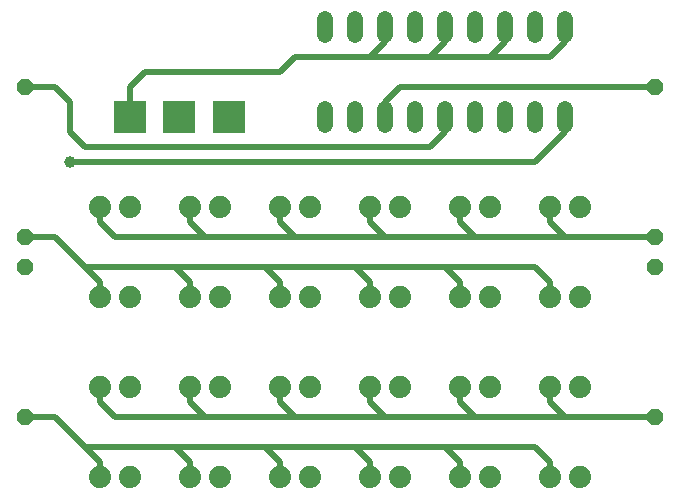
<source format=gbl>
G75*
G70*
%OFA0B0*%
%FSLAX24Y24*%
%IPPOS*%
%LPD*%
%AMOC8*
5,1,8,0,0,1.08239X$1,22.5*
%
%ADD10OC8,0.0520*%
%ADD11C,0.0740*%
%ADD12C,0.0520*%
%ADD13R,0.1050X0.1050*%
%ADD14C,0.0200*%
%ADD15C,0.0396*%
D10*
X001601Y003601D03*
X001601Y008601D03*
X001601Y009601D03*
X001601Y014601D03*
X022601Y014601D03*
X022601Y009601D03*
X022601Y008601D03*
X022601Y003601D03*
D11*
X020101Y004601D03*
X019101Y004601D03*
X017101Y004601D03*
X016101Y004601D03*
X014101Y004601D03*
X013101Y004601D03*
X011101Y004601D03*
X010101Y004601D03*
X008101Y004601D03*
X007101Y004601D03*
X005101Y004601D03*
X004101Y004601D03*
X004101Y007601D03*
X005101Y007601D03*
X007101Y007601D03*
X008101Y007601D03*
X010101Y007601D03*
X011101Y007601D03*
X013101Y007601D03*
X014101Y007601D03*
X016101Y007601D03*
X017101Y007601D03*
X019101Y007601D03*
X020101Y007601D03*
X020101Y010601D03*
X019101Y010601D03*
X017101Y010601D03*
X016101Y010601D03*
X014101Y010601D03*
X013101Y010601D03*
X011101Y010601D03*
X010101Y010601D03*
X008101Y010601D03*
X007101Y010601D03*
X005101Y010601D03*
X004101Y010601D03*
X004101Y001601D03*
X005101Y001601D03*
X007101Y001601D03*
X008101Y001601D03*
X010101Y001601D03*
X011101Y001601D03*
X013101Y001601D03*
X014101Y001601D03*
X016101Y001601D03*
X017101Y001601D03*
X019101Y001601D03*
X020101Y001601D03*
D12*
X019601Y013341D02*
X019601Y013861D01*
X018601Y013861D02*
X018601Y013341D01*
X017601Y013341D02*
X017601Y013861D01*
X016601Y013861D02*
X016601Y013341D01*
X015601Y013341D02*
X015601Y013861D01*
X014601Y013861D02*
X014601Y013341D01*
X013601Y013341D02*
X013601Y013861D01*
X012601Y013861D02*
X012601Y013341D01*
X011601Y013341D02*
X011601Y013861D01*
X011601Y016341D02*
X011601Y016861D01*
X012601Y016861D02*
X012601Y016341D01*
X013601Y016341D02*
X013601Y016861D01*
X014601Y016861D02*
X014601Y016341D01*
X015601Y016341D02*
X015601Y016861D01*
X016601Y016861D02*
X016601Y016341D01*
X017601Y016341D02*
X017601Y016861D01*
X018601Y016861D02*
X018601Y016341D01*
X019601Y016341D02*
X019601Y016861D01*
D13*
X008401Y013601D03*
X006751Y013601D03*
X005101Y013601D03*
D14*
X003601Y002601D02*
X004101Y002101D01*
X004101Y001601D01*
X003601Y002601D02*
X006601Y002601D01*
X007101Y002101D01*
X007101Y001601D01*
X006601Y002601D02*
X009601Y002601D01*
X010101Y002101D01*
X010101Y001601D01*
X009601Y002601D02*
X012601Y002601D01*
X013101Y002101D01*
X013101Y001601D01*
X012601Y002601D02*
X015601Y002601D01*
X016101Y002101D01*
X016101Y001601D01*
X015601Y002601D02*
X018601Y002601D01*
X019101Y002101D01*
X019101Y001601D01*
X019601Y003601D02*
X016601Y003601D01*
X016101Y004101D01*
X016101Y004601D01*
X016601Y003601D02*
X013601Y003601D01*
X013101Y004101D01*
X013101Y004601D01*
X013601Y003601D02*
X010601Y003601D01*
X010101Y004101D01*
X010101Y004601D01*
X010601Y003601D02*
X007601Y003601D01*
X007101Y004101D01*
X007101Y004601D01*
X007601Y003601D02*
X004601Y003601D01*
X004101Y004101D01*
X004101Y004601D01*
X002601Y003601D02*
X003601Y002601D01*
X002601Y003601D02*
X001601Y003601D01*
X004101Y007601D02*
X004101Y008101D01*
X003601Y008601D01*
X006601Y008601D01*
X007101Y008101D01*
X007101Y007601D01*
X006601Y008601D02*
X009601Y008601D01*
X010101Y008101D01*
X010101Y007601D01*
X009601Y008601D02*
X012601Y008601D01*
X013101Y008101D01*
X013101Y007601D01*
X012601Y008601D02*
X015601Y008601D01*
X016101Y008101D01*
X016101Y007601D01*
X015601Y008601D02*
X018601Y008601D01*
X019101Y008101D01*
X019101Y007601D01*
X019601Y009601D02*
X016601Y009601D01*
X016101Y010101D01*
X016101Y010601D01*
X016601Y009601D02*
X013601Y009601D01*
X013101Y010101D01*
X013101Y010601D01*
X013601Y009601D02*
X010601Y009601D01*
X010101Y010101D01*
X010101Y010601D01*
X010601Y009601D02*
X007601Y009601D01*
X007101Y010101D01*
X007101Y010601D01*
X007601Y009601D02*
X004601Y009601D01*
X004101Y010101D01*
X004101Y010601D01*
X002601Y009601D02*
X003601Y008601D01*
X002601Y009601D02*
X001601Y009601D01*
X003101Y012101D02*
X018601Y012101D01*
X019601Y013101D01*
X019601Y013601D01*
X019101Y015601D02*
X019601Y016101D01*
X019601Y016601D01*
X019101Y015601D02*
X017101Y015601D01*
X017601Y016101D01*
X017601Y016601D01*
X017101Y015601D02*
X015101Y015601D01*
X015601Y016101D01*
X015601Y016601D01*
X015101Y015601D02*
X013101Y015601D01*
X013601Y016101D01*
X013601Y016601D01*
X013101Y015601D02*
X010601Y015601D01*
X010101Y015101D01*
X005601Y015101D01*
X005101Y014601D01*
X005101Y013601D01*
X003601Y012601D02*
X003101Y013101D01*
X003101Y014101D01*
X002601Y014601D01*
X001601Y014601D01*
X003601Y012601D02*
X015101Y012601D01*
X015601Y013101D01*
X015601Y013601D01*
X014101Y014601D02*
X013601Y014101D01*
X013601Y013601D01*
X014101Y014601D02*
X022601Y014601D01*
X019101Y010601D02*
X019101Y010101D01*
X019601Y009601D01*
X022601Y009601D01*
X019101Y004601D02*
X019101Y004101D01*
X019601Y003601D01*
X022601Y003601D01*
D15*
X003101Y012101D03*
M02*

</source>
